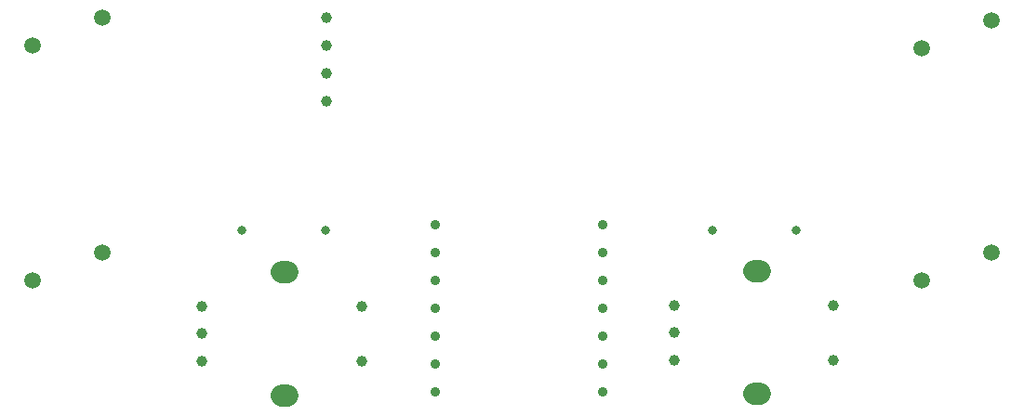
<source format=gbr>
%TF.GenerationSoftware,KiCad,Pcbnew,9.0.6*%
%TF.CreationDate,2025-12-07T01:04:57-05:00*%
%TF.ProjectId,Kigan's Lifeboard,4b696761-6e27-4732-904c-696665626f61,rev?*%
%TF.SameCoordinates,Original*%
%TF.FileFunction,Plated,1,2,PTH,Mixed*%
%TF.FilePolarity,Positive*%
%FSLAX46Y46*%
G04 Gerber Fmt 4.6, Leading zero omitted, Abs format (unit mm)*
G04 Created by KiCad (PCBNEW 9.0.6) date 2025-12-07 01:04:57*
%MOMM*%
%LPD*%
G01*
G04 APERTURE LIST*
%TA.AperFunction,ComponentDrill*%
%ADD10C,0.800000*%
%TD*%
%TA.AperFunction,ComponentDrill*%
%ADD11C,0.889000*%
%TD*%
%TA.AperFunction,ComponentDrill*%
%ADD12C,1.000000*%
%TD*%
%TA.AperFunction,ComponentDrill*%
%ADD13C,1.500000*%
%TD*%
G04 aperture for slot hole*
%TA.AperFunction,ComponentDrill*%
%ADD14C,2.000000*%
%TD*%
G04 APERTURE END LIST*
D10*
%TO.C,R2*%
X123699250Y-101791750D03*
X131319250Y-101791750D03*
%TO.C,R1*%
X166561750Y-101791750D03*
X174181750Y-101791750D03*
D11*
%TO.C,U1*%
X141320500Y-101315500D03*
X141320500Y-103855500D03*
X141320500Y-106395500D03*
X141320500Y-108935500D03*
X141320500Y-111475500D03*
X141320500Y-114015500D03*
X141320500Y-116555500D03*
X156560500Y-101315500D03*
X156560500Y-103855500D03*
X156560500Y-106395500D03*
X156560500Y-108935500D03*
X156560500Y-111475500D03*
X156560500Y-114015500D03*
X156560500Y-116555500D03*
D12*
%TO.C,SW7*%
X120080000Y-108740000D03*
X120080000Y-111240000D03*
X120080000Y-113740000D03*
%TO.C,J1*%
X131406750Y-82398000D03*
X131406750Y-84938000D03*
X131406750Y-87478000D03*
X131406750Y-90018000D03*
%TO.C,SW7*%
X134580000Y-108740000D03*
X134580000Y-113740000D03*
%TO.C,SW5*%
X163060000Y-108640000D03*
X163060000Y-111140000D03*
X163060000Y-113640000D03*
X177560000Y-108640000D03*
X177560000Y-113640000D03*
D13*
%TO.C,SW3*%
X104649250Y-84964250D03*
%TO.C,SW1*%
X104649250Y-106395500D03*
%TO.C,SW3*%
X110999250Y-82424250D03*
%TO.C,SW1*%
X110999250Y-103855500D03*
%TO.C,SW4*%
X185611750Y-85248000D03*
%TO.C,SW2*%
X185611750Y-106395500D03*
%TO.C,SW4*%
X191961750Y-82708000D03*
%TO.C,SW2*%
X191961750Y-103855500D03*
D14*
%TO.C,SW7*%
X127830000Y-105640000D02*
X127330000Y-105640000D01*
X127830000Y-116840000D02*
X127330000Y-116840000D01*
%TO.C,SW5*%
X170810000Y-105540000D02*
X170310000Y-105540000D01*
X170810000Y-116740000D02*
X170310000Y-116740000D01*
M02*

</source>
